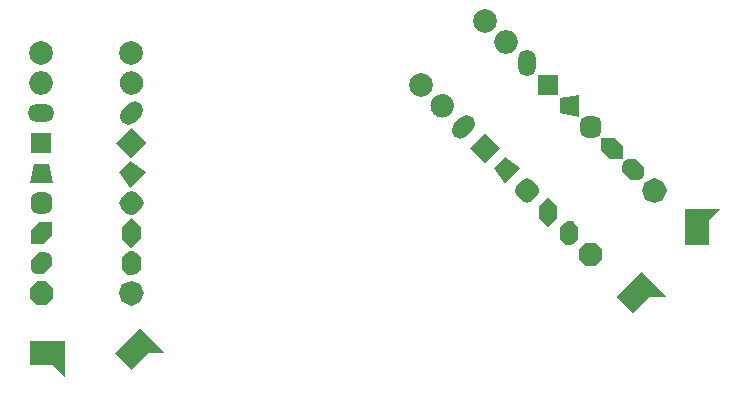
<source format=gbr>
G04 #@! TF.GenerationSoftware,KiCad,Pcbnew,5.99.0-unknown-9424d66d22~106~ubuntu18.04.1*
G04 #@! TF.CreationDate,2021-01-09T19:53:46+08:00*
G04 #@! TF.ProjectId,Flashpads,466c6173-6870-4616-9473-2e6b69636164,rev?*
G04 #@! TF.SameCoordinates,Original*
G04 #@! TF.FileFunction,Paste,Bot*
G04 #@! TF.FilePolarity,Positive*
%FSLAX46Y46*%
G04 Gerber Fmt 4.6, Leading zero omitted, Abs format (unit mm)*
G04 Created by KiCad (PCBNEW 5.99.0-unknown-9424d66d22~106~ubuntu18.04.1) date 2021-01-09 19:53:46*
%MOMM*%
%LPD*%
G01*
G04 APERTURE LIST*
%ADD10C,2.000000*%
%ADD11R,1.800000X1.800000*%
%ADD12O,1.500000X2.250000*%
%ADD13O,2.000000X2.000000*%
%ADD14O,2.250000X1.500000*%
G04 APERTURE END LIST*
D10*
G04 #@! TO.C,U2*
X72390000Y-28956000D03*
G36*
G01*
X73478944Y-31459158D02*
X73478944Y-31459158D01*
G75*
G02*
X73478944Y-30044944I707107J707107D01*
G01*
X73478944Y-30044944D01*
G75*
G02*
X74893158Y-30044944I707107J-707107D01*
G01*
X74893158Y-30044944D01*
G75*
G02*
X74893158Y-31459158I-707107J-707107D01*
G01*
X74893158Y-31459158D01*
G75*
G02*
X73478944Y-31459158I-707107J707107D01*
G01*
G37*
G36*
G01*
X75186607Y-33343597D02*
X75186607Y-33343597D01*
G75*
G02*
X75186607Y-32282937I530330J530330D01*
G01*
X75716937Y-31752607D01*
G75*
G02*
X76777597Y-31752607I530330J-530330D01*
G01*
X76777597Y-31752607D01*
G75*
G02*
X76777597Y-32813267I-530330J-530330D01*
G01*
X76247267Y-33343597D01*
G75*
G02*
X75186607Y-33343597I-530330J530330D01*
G01*
G37*
G36*
X77778154Y-35616946D02*
G01*
X76505362Y-34344154D01*
X77778154Y-33071362D01*
X79050946Y-34344154D01*
X77778154Y-35616946D01*
G37*
G36*
X79468139Y-37377642D02*
G01*
X80811642Y-36034139D01*
X79468139Y-35114900D01*
X78548900Y-36034139D01*
X79468139Y-37377642D01*
G37*
G36*
G01*
X80988418Y-38827211D02*
X80479301Y-38318094D01*
G75*
G02*
X80479301Y-37554418I381838J381838D01*
G01*
X80988418Y-37045301D01*
G75*
G02*
X81752094Y-37045301I381838J-381838D01*
G01*
X82261211Y-37554418D01*
G75*
G02*
X82261211Y-38318094I-381838J-381838D01*
G01*
X81752094Y-38827211D01*
G75*
G02*
X80988418Y-38827211I-381838J381838D01*
G01*
G37*
G36*
X83929982Y-40241423D02*
G01*
X83166307Y-41005099D01*
X82402632Y-40241423D01*
X82402632Y-39223191D01*
X83166307Y-38459515D01*
X83929982Y-39223191D01*
X83929982Y-40241423D01*
G37*
G36*
X85726034Y-42037475D02*
G01*
X85344196Y-42419313D01*
X85256464Y-42490357D01*
X85123840Y-42552765D01*
X84979321Y-42577209D01*
X84833552Y-42561888D01*
X84697272Y-42507931D01*
X84580522Y-42419313D01*
X84198684Y-42037475D01*
X84198684Y-41019243D01*
X84580522Y-40637405D01*
X84668254Y-40566361D01*
X84800878Y-40503953D01*
X84945397Y-40479509D01*
X85091166Y-40494830D01*
X85227446Y-40548787D01*
X85344196Y-40637405D01*
X85726034Y-41019243D01*
X85726034Y-42037475D01*
G37*
G36*
X86375441Y-42340647D02*
G01*
X87141378Y-42340646D01*
X87141379Y-42340647D01*
X87183805Y-42358220D01*
X87724671Y-42899086D01*
X87737097Y-42929086D01*
X87742245Y-42941513D01*
X87742244Y-43707308D01*
X87724671Y-43749734D01*
X87183734Y-44290671D01*
X87183730Y-44290672D01*
X87183729Y-44290674D01*
X87165271Y-44298318D01*
X87141308Y-44308244D01*
X87141306Y-44308243D01*
X87141301Y-44308245D01*
X86375436Y-44308173D01*
X86357076Y-44300566D01*
X86333015Y-44290600D01*
X85792221Y-43749804D01*
X85792220Y-43749804D01*
X85774647Y-43707379D01*
X85774646Y-42941442D01*
X85781926Y-42923868D01*
X85792220Y-42899015D01*
X86333015Y-42358220D01*
X86375441Y-42340647D01*
G37*
G36*
X91416312Y-37173968D02*
G01*
X92123946Y-36880856D01*
X92123947Y-36880856D01*
X92169867Y-36880856D01*
X92876543Y-37173570D01*
X92899504Y-37196532D01*
X92909015Y-37206043D01*
X93202072Y-37913546D01*
X93202072Y-37959467D01*
X92909320Y-38666235D01*
X92909316Y-38666238D01*
X92909316Y-38666240D01*
X92895188Y-38680366D01*
X92876848Y-38698706D01*
X92876845Y-38698706D01*
X92876842Y-38698709D01*
X92169246Y-38991728D01*
X92149373Y-38991726D01*
X92123331Y-38991726D01*
X91416748Y-38699049D01*
X91416747Y-38699049D01*
X91384276Y-38666578D01*
X91091164Y-37958944D01*
X91091164Y-37939922D01*
X91091164Y-37913023D01*
X91383840Y-37206439D01*
X91416312Y-37173968D01*
G37*
G36*
X91250512Y-35960206D02*
G01*
X91250512Y-36500205D01*
X91238712Y-36612477D01*
X91189062Y-36750385D01*
X91104155Y-36869860D01*
X90990247Y-36962102D01*
X90855728Y-37020313D01*
X90710511Y-37040205D01*
X90170512Y-37040205D01*
X89450512Y-36320204D01*
X89450512Y-35780205D01*
X89462312Y-35667933D01*
X89511962Y-35530025D01*
X89596869Y-35410550D01*
X89710777Y-35318308D01*
X89845296Y-35260097D01*
X89990513Y-35240205D01*
X90530512Y-35240205D01*
X91250512Y-35960206D01*
G37*
G36*
X89454461Y-34164155D02*
G01*
X89454461Y-35244154D01*
X88374461Y-35244154D01*
X87654461Y-34524153D01*
X87654461Y-33444154D01*
X88734461Y-33444154D01*
X89454461Y-34164155D01*
G37*
G36*
G01*
X87118410Y-33448102D02*
X86398410Y-33448102D01*
G75*
G02*
X85858410Y-32908102I0J540000D01*
G01*
X85858410Y-32188102D01*
G75*
G02*
X86398410Y-31648102I540000J0D01*
G01*
X87118410Y-31648102D01*
G75*
G02*
X87658410Y-32188102I0J-540000D01*
G01*
X87658410Y-32908102D01*
G75*
G02*
X87118410Y-33448102I-540000J0D01*
G01*
G37*
G36*
X85762359Y-31702051D02*
G01*
X85762359Y-29802051D01*
X84162359Y-30102051D01*
X84162359Y-31402051D01*
X85762359Y-31702051D01*
G37*
D11*
X83166307Y-28956000D03*
D12*
X81370256Y-27159949D03*
D13*
X79574205Y-25363898D03*
D10*
X77778154Y-23567846D03*
G36*
X93178939Y-46916512D02*
G01*
X91764725Y-46916512D01*
X90350512Y-48330725D01*
X88936299Y-46916512D01*
X91057618Y-44795192D01*
X93178939Y-46916512D01*
G37*
G36*
X97738666Y-39528360D02*
G01*
X96738666Y-40528360D01*
X96738665Y-42528359D01*
X94738666Y-42528358D01*
X94738667Y-39528359D01*
X97738666Y-39528360D01*
G37*
G04 #@! TD*
G04 #@! TO.C,U1*
G36*
X50707427Y-51689000D02*
G01*
X49293213Y-51689000D01*
X47879000Y-53103213D01*
X46464787Y-51689000D01*
X48586106Y-49567680D01*
X50707427Y-51689000D01*
G37*
G36*
X42259000Y-53689000D02*
G01*
X41259000Y-52689000D01*
X39259000Y-52689000D01*
X39259000Y-50689000D01*
X42259000Y-50689000D01*
X42259000Y-53689000D01*
G37*
X47879000Y-26289000D03*
G36*
G01*
X47171893Y-29536107D02*
X47171893Y-29536107D01*
G75*
G02*
X47171893Y-28121893I707107J707107D01*
G01*
X47171893Y-28121893D01*
G75*
G02*
X48586107Y-28121893I707107J-707107D01*
G01*
X48586107Y-28121893D01*
G75*
G02*
X48586107Y-29536107I-707107J-707107D01*
G01*
X48586107Y-29536107D01*
G75*
G02*
X47171893Y-29536107I-707107J707107D01*
G01*
G37*
G36*
G01*
X47083505Y-32164495D02*
X47083505Y-32164495D01*
G75*
G02*
X47083505Y-31103835I530330J530330D01*
G01*
X47613835Y-30573505D01*
G75*
G02*
X48674495Y-30573505I530330J-530330D01*
G01*
X48674495Y-30573505D01*
G75*
G02*
X48674495Y-31634165I-530330J-530330D01*
G01*
X48144165Y-32164495D01*
G75*
G02*
X47083505Y-32164495I-530330J530330D01*
G01*
G37*
G36*
X47879000Y-35181792D02*
G01*
X46606208Y-33909000D01*
X47879000Y-32636208D01*
X49151792Y-33909000D01*
X47879000Y-35181792D01*
G37*
G36*
X47772934Y-37686437D02*
G01*
X49116437Y-36342934D01*
X47772934Y-35423695D01*
X46853695Y-36342934D01*
X47772934Y-37686437D01*
G37*
G36*
G01*
X47497162Y-39879955D02*
X46988045Y-39370838D01*
G75*
G02*
X46988045Y-38607162I381838J381838D01*
G01*
X47497162Y-38098045D01*
G75*
G02*
X48260838Y-38098045I381838J-381838D01*
G01*
X48769955Y-38607162D01*
G75*
G02*
X48769955Y-39370838I-381838J-381838D01*
G01*
X48260838Y-39879955D01*
G75*
G02*
X47497162Y-39879955I-381838J381838D01*
G01*
G37*
G36*
X48642675Y-42038116D02*
G01*
X47879000Y-42801792D01*
X47115325Y-42038116D01*
X47115325Y-41019884D01*
X47879000Y-40256208D01*
X48642675Y-41019884D01*
X48642675Y-42038116D01*
G37*
G36*
X48642675Y-44578116D02*
G01*
X48260837Y-44959954D01*
X48173105Y-45030998D01*
X48040481Y-45093406D01*
X47895962Y-45117850D01*
X47750193Y-45102529D01*
X47613913Y-45048572D01*
X47497163Y-44959954D01*
X47115325Y-44578116D01*
X47115325Y-43559884D01*
X47497163Y-43178046D01*
X47584895Y-43107002D01*
X47717519Y-43044594D01*
X47862038Y-43020150D01*
X48007807Y-43035471D01*
X48144087Y-43089428D01*
X48260837Y-43178046D01*
X48642675Y-43559884D01*
X48642675Y-44578116D01*
G37*
G36*
X47901652Y-45553615D02*
G01*
X48609286Y-45846726D01*
X48609287Y-45846727D01*
X48641759Y-45879198D01*
X48934473Y-46585874D01*
X48934473Y-46618345D01*
X48934473Y-46631796D01*
X48641415Y-47339299D01*
X48608944Y-47371771D01*
X47902176Y-47664523D01*
X47902172Y-47664523D01*
X47902170Y-47664525D01*
X47882192Y-47664523D01*
X47856255Y-47664523D01*
X47856254Y-47664521D01*
X47856249Y-47664521D01*
X47148708Y-47371371D01*
X47134657Y-47357317D01*
X47116241Y-47338902D01*
X46823566Y-46632318D01*
X46823565Y-46632317D01*
X46823565Y-46586398D01*
X47116676Y-45878764D01*
X47130127Y-45865313D01*
X47149148Y-45846291D01*
X47855732Y-45553615D01*
X47901652Y-45553615D01*
G37*
G36*
X40683826Y-45642574D02*
G01*
X41225426Y-46184173D01*
X41225426Y-46184174D01*
X41243000Y-46226600D01*
X41243000Y-46991500D01*
X41230573Y-47021500D01*
X41225426Y-47033927D01*
X40683926Y-47575426D01*
X40641500Y-47593000D01*
X39876500Y-47593000D01*
X39876496Y-47592998D01*
X39876494Y-47592999D01*
X39858037Y-47585352D01*
X39834074Y-47575426D01*
X39834073Y-47575424D01*
X39834069Y-47575422D01*
X39292570Y-47033822D01*
X39284967Y-47015461D01*
X39275000Y-46991400D01*
X39275001Y-46226600D01*
X39275001Y-46226599D01*
X39292574Y-46184174D01*
X39834173Y-45642574D01*
X39851747Y-45635295D01*
X39876600Y-45625000D01*
X40641400Y-45625000D01*
X40683826Y-45642574D01*
G37*
G36*
X40439000Y-44969000D02*
G01*
X39899000Y-44969000D01*
X39786728Y-44957200D01*
X39648820Y-44907550D01*
X39529345Y-44822643D01*
X39437103Y-44708735D01*
X39378892Y-44574217D01*
X39359000Y-44429000D01*
X39359000Y-43889000D01*
X40079000Y-43169000D01*
X40619000Y-43169000D01*
X40731272Y-43180800D01*
X40869180Y-43230450D01*
X40988655Y-43315357D01*
X41080897Y-43429265D01*
X41139108Y-43563783D01*
X41159000Y-43709000D01*
X41159000Y-44249000D01*
X40439000Y-44969000D01*
G37*
G36*
X40439000Y-42429000D02*
G01*
X39359000Y-42429000D01*
X39359000Y-41349000D01*
X40079000Y-40629000D01*
X41159000Y-40629000D01*
X41159000Y-41709000D01*
X40439000Y-42429000D01*
G37*
G36*
G01*
X39359000Y-39349000D02*
X39359000Y-38629000D01*
G75*
G02*
X39899000Y-38089000I540000J0D01*
G01*
X40619000Y-38089000D01*
G75*
G02*
X41159000Y-38629000I0J-540000D01*
G01*
X41159000Y-39349000D01*
G75*
G02*
X40619000Y-39889000I-540000J0D01*
G01*
X39899000Y-39889000D01*
G75*
G02*
X39359000Y-39349000I0J540000D01*
G01*
G37*
G36*
X39309000Y-37249000D02*
G01*
X41209000Y-37249000D01*
X40909000Y-35649000D01*
X39609000Y-35649000D01*
X39309000Y-37249000D01*
G37*
D11*
X40259000Y-33909000D03*
D14*
X40259000Y-31369000D03*
D13*
X40259000Y-28829000D03*
D10*
X40259000Y-26289000D03*
G04 #@! TD*
M02*

</source>
